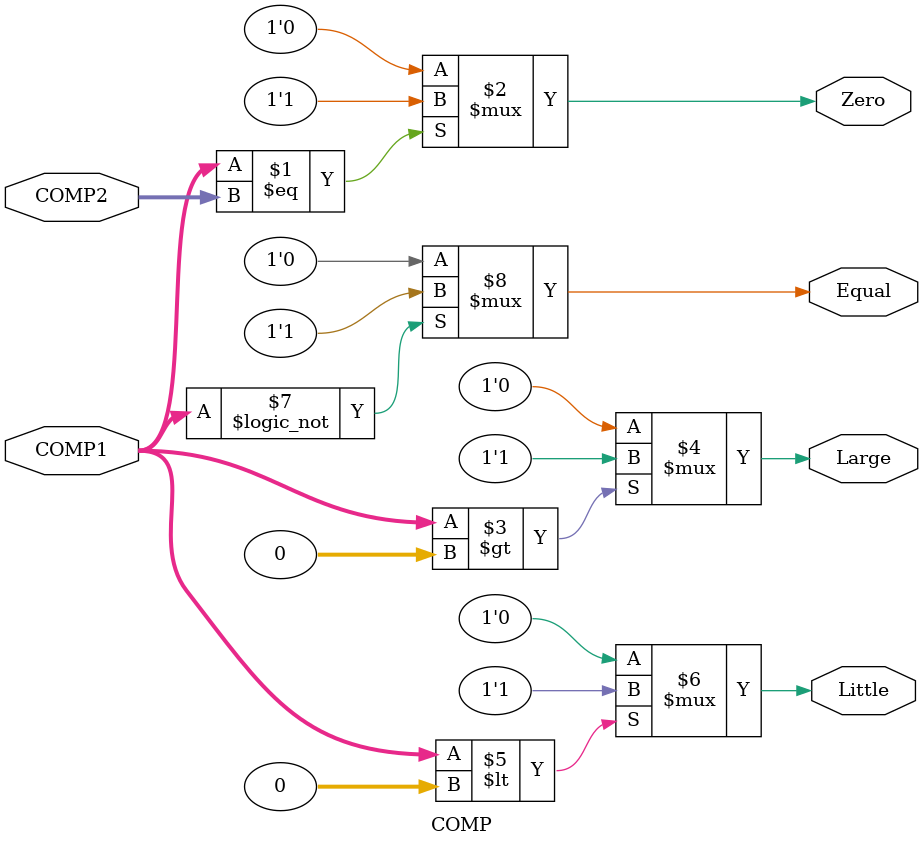
<source format=v>
`timescale 1ns / 1ps
`include "MACRO.v"
module COMP(
	input[31:0] COMP1,
	input[31:0] COMP2,
	output Zero,
	output Large,
	output Little,
	output Equal
    );
assign Zero = (COMP1==COMP2)? 1'b1: 1'b0;
assign Large = ($signed(COMP1)>0)? 1'b1: 1'b0;
assign Little = ($signed(COMP1)<0)? 1'b1: 1'b0;
assign Equal = ($signed(COMP1)==0)? 1'b1: 1'b0;
endmodule

</source>
